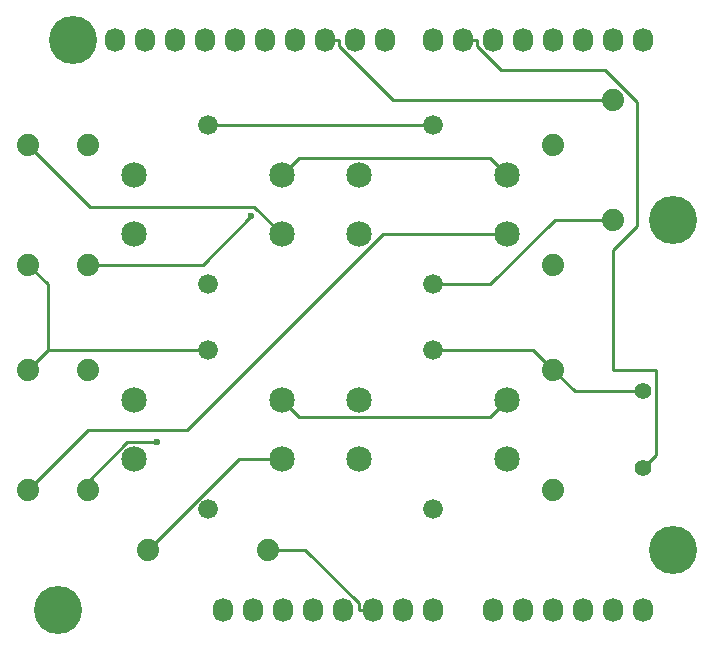
<source format=gtl>
G04 #@! TF.FileFunction,Copper,L1,Top,Signal*
%FSLAX46Y46*%
G04 Gerber Fmt 4.6, Leading zero omitted, Abs format (unit mm)*
G04 Created by KiCad (PCBNEW 4.0.1-4.201602120846+6195~38~ubuntu15.10.1-stable) date Mon 15 Feb 2016 03:11:55 PM IST*
%MOMM*%
G01*
G04 APERTURE LIST*
%ADD10C,0.100000*%
%ADD11O,1.727200X2.032000*%
%ADD12C,4.064000*%
%ADD13C,1.879600*%
%ADD14C,2.159000*%
%ADD15C,1.676400*%
%ADD16C,1.407160*%
%ADD17C,0.600000*%
%ADD18C,0.250000*%
G04 APERTURE END LIST*
D10*
D11*
X138938000Y-123825000D03*
X141478000Y-123825000D03*
X144018000Y-123825000D03*
X146558000Y-123825000D03*
X149098000Y-123825000D03*
X151638000Y-123825000D03*
X154178000Y-123825000D03*
X156718000Y-123825000D03*
X161798000Y-123825000D03*
X164338000Y-123825000D03*
X166878000Y-123825000D03*
X169418000Y-123825000D03*
X171958000Y-123825000D03*
X174498000Y-123825000D03*
X129794000Y-75565000D03*
X132334000Y-75565000D03*
X134874000Y-75565000D03*
X137414000Y-75565000D03*
X139954000Y-75565000D03*
X142494000Y-75565000D03*
X145034000Y-75565000D03*
X147574000Y-75565000D03*
X150114000Y-75565000D03*
X152654000Y-75565000D03*
X156718000Y-75565000D03*
X159258000Y-75565000D03*
X161798000Y-75565000D03*
X164338000Y-75565000D03*
X166878000Y-75565000D03*
X169418000Y-75565000D03*
X171958000Y-75565000D03*
X174498000Y-75565000D03*
D12*
X124968000Y-123825000D03*
X177038000Y-118745000D03*
X126238000Y-75565000D03*
X177038000Y-90805000D03*
D13*
X166878000Y-94615000D03*
X166878000Y-84455000D03*
X127508000Y-94615000D03*
X127508000Y-84455000D03*
X171958000Y-80645000D03*
X171958000Y-90805000D03*
X127508000Y-113665000D03*
X127508000Y-103505000D03*
X166878000Y-113665000D03*
X166878000Y-103505000D03*
X122428000Y-84455000D03*
X122428000Y-94615000D03*
X122428000Y-113665000D03*
X122428000Y-103505000D03*
X132588000Y-118745000D03*
X142748000Y-118745000D03*
D14*
X150469600Y-111084360D03*
X162966400Y-111084360D03*
X150469600Y-106085640D03*
X162966400Y-106085640D03*
D15*
X156718000Y-115333780D03*
X156718000Y-101836220D03*
D14*
X131419600Y-92034360D03*
X143916400Y-92034360D03*
X131419600Y-87035640D03*
X143916400Y-87035640D03*
D15*
X137668000Y-96283780D03*
X137668000Y-82786220D03*
D14*
X150469600Y-92034360D03*
X162966400Y-92034360D03*
X150469600Y-87035640D03*
X162966400Y-87035640D03*
D15*
X156718000Y-96283780D03*
X156718000Y-82786220D03*
D14*
X131419600Y-111084360D03*
X143916400Y-111084360D03*
X131419600Y-106085640D03*
X143916400Y-106085640D03*
D15*
X137668000Y-115333780D03*
X137668000Y-101836220D03*
D16*
X174498000Y-111833660D03*
X174498000Y-105336340D03*
D17*
X141330500Y-90482200D03*
X133375900Y-109679500D03*
D18*
X161556100Y-85625300D02*
X162966400Y-87035600D01*
X145326700Y-85625300D02*
X161556100Y-85625300D01*
X143916400Y-87035600D02*
X145326700Y-85625300D01*
X161560500Y-107491500D02*
X162966400Y-106085600D01*
X145322300Y-107491500D02*
X161560500Y-107491500D01*
X143916400Y-106085600D02*
X145322300Y-107491500D01*
X168709300Y-105336300D02*
X166878000Y-103505000D01*
X174498000Y-105336300D02*
X168709300Y-105336300D01*
X156718000Y-82786200D02*
X137668000Y-82786200D01*
X165209200Y-101836200D02*
X166878000Y-103505000D01*
X156718000Y-101836200D02*
X165209200Y-101836200D01*
X124096800Y-96283800D02*
X122428000Y-94615000D01*
X124096800Y-101836200D02*
X124096800Y-96283800D01*
X137668000Y-101836200D02*
X124096800Y-101836200D01*
X124096800Y-101836200D02*
X122428000Y-103505000D01*
X145889200Y-118745000D02*
X142748000Y-118745000D01*
X150449100Y-123304900D02*
X145889200Y-118745000D01*
X150449100Y-123825000D02*
X150449100Y-123304900D01*
X151638000Y-123825000D02*
X150449100Y-123825000D01*
X137197700Y-94615000D02*
X141330500Y-90482200D01*
X127508000Y-94615000D02*
X137197700Y-94615000D01*
X175554000Y-103505000D02*
X171958000Y-103505000D01*
X171958000Y-103505000D02*
X171958000Y-93345000D01*
X171958000Y-93345000D02*
X173976900Y-91326100D01*
X160446900Y-76085100D02*
X160446900Y-75565000D01*
X162501600Y-78139800D02*
X160446900Y-76085100D01*
X171250300Y-78139800D02*
X162501600Y-78139800D01*
X173976900Y-80866400D02*
X171250300Y-78139800D01*
X173976900Y-91326100D02*
X173976900Y-80866400D01*
X175554000Y-110777700D02*
X175554000Y-103505000D01*
X174498000Y-111833700D02*
X175554000Y-110777700D01*
X159258000Y-75565000D02*
X160446900Y-75565000D01*
X140248600Y-111084400D02*
X132588000Y-118745000D01*
X143916400Y-111084400D02*
X140248600Y-111084400D01*
X152456500Y-92034400D02*
X162966400Y-92034400D01*
X135905900Y-108585000D02*
X152456500Y-92034400D01*
X127508000Y-108585000D02*
X135905900Y-108585000D01*
X122428000Y-113665000D02*
X127508000Y-108585000D01*
X127684500Y-89711500D02*
X122428000Y-84455000D01*
X141593500Y-89711500D02*
X127684500Y-89711500D01*
X143916400Y-92034400D02*
X141593500Y-89711500D01*
X148762900Y-76085100D02*
X148762900Y-75565000D01*
X153322800Y-80645000D02*
X148762900Y-76085100D01*
X171958000Y-80645000D02*
X153322800Y-80645000D01*
X147574000Y-75565000D02*
X148762900Y-75565000D01*
X130818700Y-109679500D02*
X133375900Y-109679500D01*
X127508000Y-112990200D02*
X130818700Y-109679500D01*
X127508000Y-113665000D02*
X127508000Y-112990200D01*
X167052000Y-90805000D02*
X171958000Y-90805000D01*
X161573200Y-96283800D02*
X167052000Y-90805000D01*
X156718000Y-96283800D02*
X161573200Y-96283800D01*
M02*

</source>
